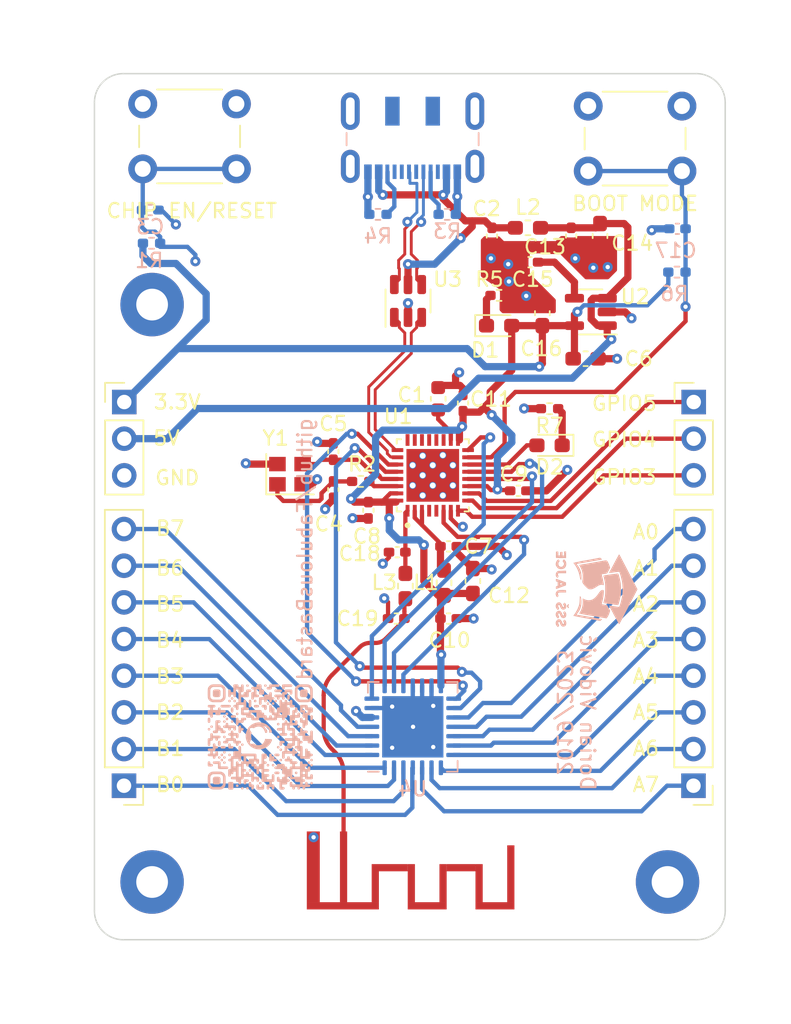
<source format=kicad_pcb>
(kicad_pcb (version 20211014) (generator pcbnew)
  (layers (0 "F.Cu" signal) (1 "In1.Cu" power) (2 "In2.Cu" power) (31 "B.Cu" mixed) (34 "B.Paste" user) (35 "F.Paste" user) (36 "B.SilkS" user "B.Silkscreen") (37 "F.SilkS" user "F.Silkscreen") (38 "B.Mask" user) (39 "F.Mask" user) (44 "Edge.Cuts" user))
  (net 0 "")
  (net 1 "Net-(AE1-Pad1)")
  (net 2 "GND")
  (net 3 "/+VCC_SPI")
  (net 4 "VBUS")
  (net 5 "/chip_en{slash}reset")
  (net 6 "Net-(C4-Pad1)")
  (net 7 "/etal_n")
  (net 8 "+3V3")
  (net 9 "+3.3VA")
  (net 10 "+5V")
  (net 11 "Net-(C15-Pad1)")
  (net 12 "/boot_mode_sel")
  (net 13 "/lna_in")
  (net 14 "Net-(D1-Pad1)")
  (net 15 "Net-(D2-Pad1)")
  (net 16 "/led_pin")
  (net 17 "/b0")
  (net 18 "/b1")
  (net 19 "/b2")
  (net 20 "/b3")
  (net 21 "/b4")
  (net 22 "/b5")
  (net 23 "/b6")
  (net 24 "/b7")
  (net 25 "/adc1_ch3")
  (net 26 "/adc1_ch4")
  (net 27 "/adc2_ch0")
  (net 28 "Net-(P1-PadA5)")
  (net 29 "Net-(P1-PadB5)")
  (net 31 "/etal_p")
  (net 32 "/spi_clk")
  (net 33 "/spi_mosi")
  (net 34 "/cs-")
  (net 35 "/int_b")
  (net 36 "/int_a")
  (net 39 "/spi_miso")
  (net 46 "/a7")
  (net 47 "/a6")
  (net 48 "/a5")
  (net 49 "/a4")
  (net 50 "/a3")
  (net 51 "/a2")
  (net 52 "/a1")
  (net 53 "/a0")
  (net 54 "/usb d-")
  (net 55 "/usb d+")
  (net 56 "/d+")
  (net 57 "/d-")
  (footprint "Capacitor_SMD:C_0603_1608Metric_Pad1.08x0.95mm_HandSolder" (layer "F.Cu") (at 117.5675 46.1975 90)
    (fp_text reference "C16")
    (fp_text value "10u")
  )
  (footprint "Capacitor_SMD:C_0603_1608Metric" (layer "F.Cu") (at 110.3425 52.125 90)
    (fp_text reference "C1")
    (fp_text value "10u")
  )
  (footprint "Capacitor_SMD:C_0402_1005Metric_Pad0.74x0.62mm_HandSolder" (layer "F.Cu") (at 107.5 62.75 180)
    (fp_text reference "C18")
    (fp_text value "3p3")
  )
  (footprint "Resistor_SMD:R_0402_1005Metric_Pad0.72x0.64mm_HandSolder" (layer "F.Cu") (at 118.0675 52.81 180)
    (fp_text reference "R7")
    (fp_text value "324")
  )
  (footprint "Capacitor_SMD:C_0402_1005Metric_Pad0.74x0.62mm_HandSolder" (layer "F.Cu") (at 112.0675 52.4175 90)
    (fp_text reference "C11")
    (fp_text value "100n")
  )
  (footprint "MountingHole:MountingHole_2.2mm_M2_Pad" (layer "F.Cu") (at 90.5 85.6)
    (fp_text reference "H2")
    (fp_text value "MountingHole_Pad")
  )
  (footprint "MountingHole:MountingHole_2.2mm_M2_Pad" (layer "F.Cu") (at 126.25 85.6)
    (fp_text reference "H1")
    (fp_text value "MountingHole_Pad")
  )
  (footprint "Capacitor_SMD:C_0402_1005Metric_Pad0.74x0.62mm_HandSolder" (layer "F.Cu") (at 114.0675 40.85 -90)
    (fp_text reference "C2")
    (fp_text value "100n")
  )
  (footprint "Button_Switch_THT:SW_PUSH_6mm_H5mm" (layer "F.Cu") (at 96.35 36.2 180)
    (fp_text reference "SW1")
    (fp_text value "SW_Push")
  )
  (footprint "Resistor_SMD:R_0402_1005Metric_Pad0.72x0.64mm_HandSolder" (layer "F.Cu") (at 114.5675 44.9625)
    (fp_text reference "R5")
    (fp_text value "1k")
  )
  (footprint "Inductor_SMD:L_0603_1608Metric_Pad1.05x0.95mm_HandSolder" (layer "F.Cu") (at 116.5675 40.2825)
    (fp_text reference "L2")
    (fp_text value "2n2")
  )
  (footprint "Capacitor_SMD:C_0402_1005Metric_Pad0.74x0.62mm_HandSolder" (layer "F.Cu") (at 103.0675 58.4175 -90)
    (fp_text reference "C4")
    (fp_text value "8p")
  )
  (footprint "MountingHole:MountingHole_2.2mm_M2_Pad" (layer "F.Cu") (at 90.5 45.6)
    (fp_text reference "H3")
    (fp_text value "MountingHole_Pad")
  )
  (footprint "Inductor_SMD:L_0603_1608Metric_Pad1.05x0.95mm_HandSolder" (layer "F.Cu") (at 108.0675 65.1 -90)
    (fp_text reference "L3")
    (fp_text value "2n2")
  )
  (footprint "Capacitor_SMD:C_0402_1005Metric_Pad0.74x0.62mm_HandSolder" (layer "F.Cu") (at 107.4325 67.35 180)
    (fp_text reference "C19")
    (fp_text value "3p3")
  )
  (footprint "LED_SMD:LED_0603_1608Metric_Pad1.05x0.95mm_HandSolder" (layer "F.Cu") (at 114.5675 47.06)
    (fp_text reference "D1")
    (fp_text value "LED")
  )
  (footprint "Connector_PinHeader_2.54mm:PinHeader_1x08_P2.54mm_Vertical" (layer "F.Cu") (at 128.05 78.93 180)
    (fp_text reference "J2")
    (fp_text value "Conn_01x08_Male")
  )
  (footprint "Connector_PinHeader_2.54mm:PinHeader_1x03_P2.54mm_Vertical" (layer "F.Cu") (at 88.5675 52.35)
    (fp_text reference "J4")
    (fp_text value "Conn_01x03_Male")
  )
  (footprint "Capacitor_SMD:C_0402_1005Metric_Pad0.74x0.62mm_HandSolder" (layer "F.Cu") (at 111.0675 67.35)
    (fp_text reference "C10")
    (fp_text value "100n")
  )
  (footprint "Capacitor_SMD:C_0402_1005Metric_Pad0.74x0.62mm_HandSolder" (layer "F.Cu") (at 111.0675 62.35)
    (fp_text reference "C7")
    (fp_text value "100n")
  )
  (footprint "LED_SMD:LED_0603_1608Metric_Pad1.05x0.95mm_HandSolder" (layer "F.Cu") (at 118.0675 55.35 180)
    (fp_text reference "D2")
    (fp_text value "LED")
  )
  (footprint "Resistor_SMD:R_0402_1005Metric_Pad0.72x0.64mm_HandSolder" (layer "F.Cu") (at 104.97 57.85)
    (fp_text reference "R2")
    (fp_text value "22R")
  )
  (footprint "Connector_PinHeader_2.54mm:PinHeader_1x08_P2.54mm_Vertical" (layer "F.Cu") (at 88.55 78.93 180)
    (fp_text reference "J1")
    (fp_text value "Conn_01x08_Male")
  )
  (footprint "Capacitor_SMD:C_0603_1608Metric_Pad1.08x0.95mm_HandSolder" (layer "F.Cu") (at 112.75 64.75 90)
    (fp_text reference "C12")
    (fp_text value "10u")
  )
  (footprint "Capacitor_SMD:C_0402_1005Metric_Pad0.74x0.62mm_HandSolder" (layer "F.Cu") (at 103.0675 55.7825 90)
    (fp_text reference "C5")
    (fp_text value "8p")
  )
  (footprint "ESP32-C3FH4:QFN50P500X500X90-33N" (layer "F.Cu") (at 109.9675 57.43 90)
    (fp_text reference "U1")
    (fp_text value "ESP32-C3FH4")
  )
  (footprint "Connector_PinHeader_2.54mm:PinHeader_1x03_P2.54mm_Vertical" (layer "F.Cu") (at 128.0675 52.35)
    (fp_text reference "J3")
    (fp_text value "Conn_01x03_Male")
  )
  (footprint "Capacitor_SMD:C_0402_1005Metric_Pad0.74x0.62mm_HandSolder" (layer "F.Cu") (at 105.5 59.85 -90)
    (fp_text reference "C8")
    (fp_text value "100n")
  )
  (footprint "Capacitor_SMD:C_0402_1005Metric_Pad0.74x0.62mm_HandSolder" (layer "F.Cu") (at 115.9 58.5)
    (fp_text reference "C9")
    (fp_text value "100n")
  )
  (footprint "Inductor_SMD:L_0603_1608Metric_Pad1.05x0.95mm_HandSolder" (layer "F.Cu") (at 110.75 64.875 -90)
    (fp_text reference "L1")
    (fp_text value "2n2")
  )
  (footprint "Capacitor_SMD:C_0603_1608Metric_Pad1.08x0.95mm_HandSolder" (layer "F.Cu") (at 120.5675 49.35)
    (fp_text reference "C6")
    (fp_text value "10u")
  )
  (footprint "Package_TO_SOT_SMD:SOT-23-5" (layer "F.Cu") (at 120.93 46.11 180)
    (fp_text reference "U2")
    (fp_text value "SPX3819M5-L-3-3")
  )
  (footprint "user:wifi_antena" (layer "F.Cu") (at 109.7 84.55 180)
    (fp_text reference "AE1")
    (fp_text value "wifi_antena")
  )
  (footprint "Capacitor_SMD:C_0603_1608Metric_Pad1.08x0.95mm_HandSolder" (layer "F.Cu") (at 121.5675 40.85 -90)
    (fp_text reference "C14")
    (fp_text value "10u")
  )
  (footprint "Package_TO_SOT_SMD:SOT-23-6" (layer "F.Cu") (at 108.25 45.35 90)
    (fp_text reference "U3")
    (fp_text value "USBLC6-2SC6")
  )
  (footprint "Capacitor_SMD:C_0402_1005Metric_Pad0.74x0.62mm_HandSolder" (layer "F.Cu") (at 116.705 42.6625 180)
    (fp_text reference "C15")
    (fp_text value "100n")
  )
  (footprint "Button_Switch_THT:SW_PUSH_6mm_H5mm" (layer "F.Cu") (at 120.75 31.85)
    (fp_text reference "SW2")
    (fp_text value "SW_Push")
  )
  (footprint "Crystal:Crystal_SMD_2520-4Pin_2.5x2.0mm" (layer "F.Cu") (at 100.0675 57.35)
    (fp_text reference "Y1")
    (fp_text value "40MHz")
  )
  (footprint "Capacitor_SMD:C_0402_1005Metric_Pad0.74x0.62mm_HandSolder" (layer "F.Cu") (at 119.5675 40.85 -90)
    (fp_text reference "C13")
    (fp_text value "100n")
  )
  (footprint "Capacitor_SMD:C_0402_1005Metric_Pad0.74x0.62mm_HandSolder" (layer "B.Cu") (at 90.372 39.05)
    (fp_text reference "C3")
    (fp_text value "100n")
  )
  (footprint "Resistor_SMD:R_0402_1005Metric_Pad0.72x0.64mm_HandSolder" (layer "B.Cu") (at 126.9025 43.35)
    (fp_text reference "R6")
    (fp_text value "5k1")
  )
  (footprint "Resistor_SMD:R_0402_1005Metric_Pad0.72x0.64mm_HandSolder" (layer "B.Cu") (at 90.4615 41.35)
    (fp_text reference "R1")
    (fp_text value "5k1")
  )
  (footprint "LOGO" (layer "B.Cu") (at 121.35 65.35 90)
    (fp_text reference "G***")
    (fp_text value "LOGO" hide)
  )
  (footprint "Resistor_SMD:R_0402_1005Metric_Pad0.72x0.64mm_HandSolder" (layer "B.Cu") (at 110.97 39.35)
    (fp_text reference "R3")
    (fp_text value "5k1")
  )
  (footprint "LOGO" (layer "B.Cu") (at 98 75.55 -90)
    (fp_text reference "G***")
    (fp_text value "LOGO" hide)
  )
  (footprint "Resistor_SMD:R_0402_1005Metric_Pad0.72x0.64mm_HandSolder" (layer "B.Cu") (at 106.165 39.35 180)
    (fp_text reference "R4")
    (fp_text value "5k1")
  )
  (footprint "Package_DFN_QFN:QFN-28-1EP_6x6mm_P0.65mm_EP4.25x4.25mm" (layer "B.Cu") (at 108.58 74.85)
    (fp_text reference "U4")
    (fp_text value "MCP23S17_ML")
  )
  (footprint "Capacitor_SMD:C_0402_1005Metric_Pad0.74x0.62mm_HandSolder" (layer "B.Cu") (at 126.9325 40.35 180)
    (fp_text reference "C17")
    (fp_text value "100n")
  )
  (footprint "Connector_USB:USB_C_Receptacle_JAE_DX07S016JA1R1500" (layer "B.Cu") (at 108.5675 33.35)
    (fp_text reference "P1")
    (fp_text value "USB_C_Plug_USB2.0")
  )
  (gr_arc (start 88.5 89.6) (mid 87.085786 89.014214) (end 86.5 87.6) (layer "Edge.Cuts") (width 0.1))
  (gr_arc (start 86.5 31.6) (mid 87.085786 30.185786) (end 88.5 29.6) (layer "Edge.Cuts") (width 0.1))
  (gr_line (start 128.25 89.6) (end 88.5 89.6) (layer "Edge.Cuts") (width 0.1))
  (gr_line (start 130.25 87.6) (end 130.25 31.6) (layer "Edge.Cuts") (width 0.1))
  (gr_arc (start 130.25 87.6) (mid 129.664214 89.014214) (end 128.25 89.6) (layer "Edge.Cuts") (width 0.1))
  (gr_arc (start 128.25 29.6) (mid 129.664214 30.185786) (end 130.25 31.6) (layer "Edge.Cuts") (width 0.1))
  (gr_line (start 86.5 87.6) (end 86.5 31.6) (layer "Edge.Cuts") (width 0.1))
  (gr_line (start 88.5 29.6) (end 128.25 29.6) (layer "Edge.Cuts") (width 0.1))
  (gr_text "github/FabulousBastard" (at 101.1 62.55 90) (layer "B.SilkS") (effects (font (size 1 1)) (justify mirror)))
  (gr_text "Dorian Vidović\n2019/2023" (at 119.9 73.85 270) (layer "B.SilkS") (effects (font (size 1 1)) (justify mirror)))
  (gr_text "B6" (at 91.75 63.85) (layer "F.SilkS") (effects (font (size 1 1))))
  (gr_text "B0" (at 91.75 78.85) (layer "F.SilkS") (effects (font (size 1 1))))
  (gr_text "CHIP EN/RESET" (at 93.25 39.1) (layer "F.SilkS") (effects (font (size 1 1))))
  (gr_text "A0" (at 124.75 61.35) (layer "F.SilkS") (effects (font (size 1 1))))
  (gr_text "A4" (at 124.75 71.35) (layer "F.SilkS") (effects (font (size 1 1))))
  (gr_text "A2" (at 124.75 66.35) (layer "F.SilkS") (effects (font (size 1 1))))
  (gr_text "B7" (at 91.75 61.1) (layer "F.SilkS") (effects (font (size 1 1))))
  (gr_text "A3" (at 124.75 68.85) (layer "F.SilkS") (effects (font (size 1 1))))
  (gr_text "5V" (at 91.5 54.85) (layer "F.SilkS") (effects (font (size 1 1))))
  (gr_text "B5" (at 91.75 66.35) (layer "F.SilkS") (effects (font (size 1 1))))
  (gr_text "3.3V" (at 92.25 52.35) (layer "F.SilkS") (effects (font (size 1 1))))
  (gr_text "GPIO4" (at 123.25 54.95) (layer "F.SilkS") (effects (font (size 1 1))))
  (gr_text "B3" (at 91.75 71.35) (layer "F.SilkS") (effects (font (size 1 1))))
  (gr_text "B2" (at 91.75 73.85) (layer "F.SilkS") (effects (font (size 1 1))))
  (gr_text "B4" (at 91.75 68.85) (layer "F.SilkS") (effects (font (size 1 1))))
  (gr_text "GND" (at 92.25 57.6) (layer "F.SilkS") (effects (font (size 1 1))))
  (gr_text "A6" (at 124.75 76.35) (layer "F.SilkS") (effects (font (size 1 1))))
  (gr_text "A1" (at 124.75 63.85) (layer "F.SilkS") (effects (font (size 1 1))))
  (gr_text "GPIO3" (at 123.25 57.55) (layer "F.SilkS") (effects (font (size 1 1))))
  (gr_text "B1" (at 91.75 76.35) (layer "F.SilkS") (effects (font (size 1 1))))
  (gr_text "A5" (at 124.75 73.85) (layer "F.SilkS") (effects (font (size 1 1))))
  (gr_text "BOOT MODE" (at 124 38.6) (layer "F.SilkS") (effects (font (size 1 1))))
  (gr_text "A7" (at 124.75 78.85) (layer "F.SilkS") (effects (font (size 1 1))))
  (gr_text "GPIO5" (at 123.25 52.45) (layer "F.SilkS") (effects (font (size 1 1))))
  (segment (start 102.98844 71.25) (end 104.907107 69.331333) (width 0.2934) (layer "F.Cu") (net 1))
  (segment (start 103.194213 76.615786) (end 102.985786 76.407359) (width 0.2934) (layer "F.Cu") (net 1))
  (segment (start 103.78 84.55) (end 103.78 78.03) (width 0.2934) (layer "F.Cu") (net 1))
  (segment (start 105.614214 69.03844) (end 105.997346 69.03844) (width 0.2934) (layer "F.Cu") (net 1))
  (segment (start 102.985787 71.25) (end 102.98844 71.25) (width 0.2934) (layer "F.Cu") (net 1))
  (segment (start 108 65.7925) (end 108.0675 65.725) (width 0.2934) (layer "F.Cu") (net 1))
  (segment (start 107.8925 65.9) (end 108.0675 65.725) (width 0.2934) (layer "F.Cu") (net 1))
  (segment (start 102.401955 72.666169) (end 102.4 72.664214) (width 0.2934) (layer "F.Cu") (net 1))
  (segment (start 102.401955 75.124104) (end 102.401955 72.666169) (width 0.2934) (layer "F.Cu") (net 1))
  (segment (start 108 66.85) (end 108 65.7925) (width 0.2934) (layer "F.Cu") (net 1))
  (segment (start 106.704453 68.745547) (end 108 67.45) (width 0.2934) (layer "F.Cu") (net 1))
  (segment (start 108 67.45) (end 108 66.85) (width 0.2934) (layer "F.Cu") (net 1))
  (arc (start 106.704453 68.745547) (mid 106.38003 68.96232) (end 105.997346 69.03844) (width 0.2934) (layer "F.Cu") (net 1))
  (arc (start 103.78 78.03) (mid 103.627759 77.264633) (end 103.194213 76.615786) (width 0.2934) (layer "F.Cu") (net 1))
  (arc (start 102.4 72.664214) (mid 102.552233 71.898857) (end 102.985787 71.25) (width 0.2934) (layer "F.Cu") (net 1))
  (arc (start 105.614214 69.03844) (mid 105.231531 69.11456) (end 104.907107 69.331333) (width 0.2934) (layer "F.Cu") (net 1))
  (arc (start 102.985786 76.407359) (mid 102.578259 75.818562) (end 102.401955 75.124104) (width 0.2934) (layer "F.Cu") (net 1))
  (segment (start 110.4925 51.2) (end 110.3425 51.35) (width 0.5) (layer "F.Cu") (net 2))
  (segment (start 105.5 60.4175) (end 104.4175 60.4175) (width 0.5) (layer "F.Cu") (net 2))
  (segment (start 106.865 66.215) (end 106.6 65.95) (width 0.2934) (layer "F.Cu") (net 2))
  (segment (start 111.635 67.35) (end 112.8 67.35) (width 0.5) (layer "F.Cu") (net 2))
  (segment (start 111.635 62.35) (end 111.635 62.7725) (width 0.5) (layer "F.Cu") (net 2))
  (segment (start 122.0675 46.11) (end 123.31 46.11) (width 0.5) (layer "F.Cu") (net 2))
  (segment (start 100.9425 58.05) (end 101.6 58.05) (width 0.5) (layer "F.Cu") (net 2))
  (segment (start 113.9875 63.8875) (end 114.05 63.95) (width 0.5) (layer "F.Cu") (net 2))
  (segment (start 111.55 50.55) (end 111.8 50.3) (width 0.5) (layer "F.Cu") (net 2))
  (segment (start 108.25 46.4875) (end 108.25 45.5) (width 0.5) (layer "F.Cu") (net 2))
  (segment (start 121.43 49.35) (end 122.75 49.35) (width 0.5) (layer "F.Cu") (net 2))
  (segment (start 111.85 51.2) (end 111.55 51.2) (width 0.5) (layer "F.Cu") (net 2))
  (segment (start 116.4675 58.5) (end 117.85 58.5) (width 0.5) (layer "F.Cu") (net 2))
  (segment (start 103.0675 55.215) (end 102.065 55.215) (width 0.5) (layer "F.Cu") (net 2))
  (segment (start 103.0675 59.081028) (end 103.0675 58.985) (width 0.5) (layer "F.Cu") (net 2))
  (segment (start 111.635 62.7725) (end 112.75 63.8875) (width 0.5) (layer "F.Cu") (net 2))
  (segment (start 102.501137 59.773053) (end 102.501137 59.647391) (width 0.5) (layer "F.Cu") (net 2))
  (segment (start 106.9325 63.1175) (end 106.5 63.55) (width 0.2934) (layer "F.Cu") (net 2))
  (segment (start 106.865 67.35) (end 106.865 66.215) (width 0.2934) (layer "F.Cu") (net 2))
  (segment (start 111.635 62.35) (end 114.5 62.35) (width 0.5) (layer "F.Cu") (net 2))
  (segment (start 117.85 58.5) (end 119.3 57.05) (width 0.5) (layer "F.Cu") (net 2))
  (segment (start 114.5 62.35) (end 115.1 62.95) (width 0.5) (layer "F.Cu") (net 2))
  (segment (start 106.9325 62.75) (end 106.9325 63.1175) (width 0.2934) (layer "F.Cu") (net 2))
  (segment (start 97.05 56.65) (end 97 56.6) (width 0.5) (layer "F.Cu") (net 2))
  (segment (start 123.31 46.11) (end 123.75 46.55) (width 0.5) (layer "F.Cu") (net 2))
  (segment (start 112.75 63.8875) (end 113.9875 63.8875) (width 0.5) (layer "F.Cu") (net 2))
  (segment (start 111.55 51.2) (end 111.55 50.55) (width 0.5) (layer "F.Cu") (net 2))
  (segment (start 116.31 52.81) (end 116.3 52.8) (width 0.5) (layer "F.Cu") (net 2))
  (segment (start 99.1925 56.65) (end 97.05 56.65) (width 0.5) (layer "F.Cu") (net 2))
  (segment (start 112.0675 51.4175) (end 111.85 51.2) (width 0.5) (layer "F.Cu") (net 2))
  (segment (start 117.47 52.81) (end 116.31 52.81) (width 0.5) (layer "F.Cu") (net 2))
  (segment (start 101.6 58.05) (end 101.95 57.7) (width 0.5) (layer "F.Cu") (net 2))
  (segment (start 102.065 55.215) (end 101.95 55.1) (width 0.5) (layer "F.Cu") (net 2))
  (segment (start 111.55 51.2) (end 110.4925 51.2) (width 0.5) (layer "F.Cu") (net 2))
  (segment (start 112.0675 51.85) (end 112.0675 51.4175) (width 0.5) (layer "F.Cu") (net 2))
  (segment (start 102.501137 59.647391) (end 103.0675 59.081028) (width 0.5) (layer "F.Cu") (net 2))
  (segment (start 104.4175 60.4175) (end 104.4 60.4) (width 0.5) (layer "F.Cu") (net 2))
  (via (at 116.45 45) (size 0.7) (drill 0.3) (layers "F.Cu" "B.Cu") (net 2))
  (via (at 110 73.4) (size 0.7) (drill 0.3) (layers "F.Cu" "B.Cu") (net 2))
  (via (at 122.1 43) (size 0.7) (drill 0.3) (layers "F.Cu" "B.Cu") (net 2))
  (via (at 97 56.6) (size 0.7) (drill 0.3) (layers "F.Cu" "B.Cu") (net 2))
  (via (at 108.25 45.5) (size 0.7) (drill 0.3) (layers "F.Cu" "B.Cu") (net 2))
  (via (at 105.4675 38.1325) (size 0.7) (drill 0.3) (layers "F.Cu" "B.Cu") (net 2))
  (via (at 110 76.25) (size 0.7) (drill 0.3) (layers "F.Cu" "B.Cu") (net 2))
  (via (at 121.1 43.05) (size 0.7) (drill 0.3) (layers "F.Cu" "B.Cu") (net 2))
  (via (at 116.3 52.8) (size 0.7) (drill 0.3) (layers "F.Cu" "B.Cu") (net 2))
  (via (at 107.15 76.3) (size 0.7) (drill 0.3) (layers "F.Cu" "B.Cu") (net 2))
  (via (at 122.75 49.35) (size 0.7) (drill 0.3) (layers "F.Cu" "B.Cu") (net 2))
  (via (at 123.75 46.55) (size 0.7) (drill 0.3) (layers "F.Cu" "B.Cu") (net 2))
  (via (at 115.25 44) (size 0.7) (drill 0.3) (layers "F.Cu" "B.Cu") (net 2))
  (via (at 111.8 50.3) (size 0.7) (drill 0.3) (layers "F.Cu" "B.Cu") (net 2))
  (via (at 108.6 74.85) (size 0.7) (drill 0.3) (layers "F.Cu" "B.Cu") (net 2))
  (via (at 119.85 42.4) (size 0.7) (drill 0.3) (layers "F.Cu" "B.Cu") (net 2))
  (via (at 102.501137 59.773053) (size 0.7) (drill 0.3) (layers "F.Cu" "B.Cu") (net 2))
  (via (at 107.15 73.45) (size 0.7) (drill 0.3) (layers "F.Cu" "B.Cu") (net 2))
  (via (at 119.3 57.05) (size 0.7) (drill 0.3) (layers "F.Cu" "B.Cu") (net 2))
  (via (at 104.4 60.4) (size 0.7) (drill 0.3) (layers "F.Cu" "B.Cu") (net 2))
  (via (at 92.15 40.05) (size 0.7) (drill 0.3) (layers "F.Cu" "B.Cu") (net 2))
  (via (at 101.7 82.5) (size 0.7) (drill 0.3) (layers "F.Cu" "B.Cu") (net 2))
  (via (at 112.8 67.35) (size 0.7) (drill 0.3) (layers "F.Cu" "B.Cu") (net 2))
  (via (at 106.6 65.95) (size 0.7) (drill 0.3) (layers "F.Cu" "B.Cu") (net 2))
  (via (at 114 42.4) (size 0.7) (drill 0.3) (layers "F.Cu" "B.Cu") (net 2))
  (via (at 115.1 62.95) (size 0.7) (drill 0.3) (layers "F.Cu" "B.Cu") (net 2))
  (via (at 101.95 55.1) (size 0.7) (drill 0.3) (layers "F.Cu" "B.Cu") (net 2))
  (via (at 114.05 63.95) (size 0.7) (drill 0.3) (layers "F.Cu" "B.Cu") (net 2))
  (via (at 101.95 57.7) (size 0.7) (drill 0.3) (layers "F.Cu" "B.Cu") (net 2))
  (via (at 106.5 63.55) (size 0.7) (drill 0.3) (layers "F.Cu" "B.Cu") (net 2))
  (via (at 111.6675 38.1175) (size 0.7) (drill 0.3) (layers "F.Cu" "B.Cu") (net 2))
  (via (at 115.2 42.8) (size 0.7) (drill 0.3) (layers "F.Cu" "B.Cu") (net 2))
  (via (at 125.15 40.45) (size 0.7) (drill 0.3) (layers "F.Cu" "B.Cu") (net 2))
  (segment (start 105.4675 38.1325) (end 105.4675 39.25) (width 0.5) (layer "B.Cu") (net 2))
  (segment (start 109.23 74.2) (end 108.58 74.85) (width 0.5) (layer "B.Cu") (net 2))
  (segment (start 105.7425 73.55) (end 107.28 73.55) (width 0.3) (layer "B.Cu") (net 2))
  (segment (start 105.4675 39.25) (end 105.5675 39.35) (width 0.5) (layer "B.Cu") (net 2))
  (segment (start 107.28 73.55) (end 108.58 74.85) (width 0.5) (layer "B.Cu") (net 2))
  (segment (start 108.58 72.0125) (end 108.58 74.85) (width 0.3) (layer "B.Cu") (net 2))
  (segment (start 125.25 40.35) (end 125.15 40.45) (width 0.5) (layer "B.Cu") (net 2))
  (segment (start 111.6675 39.25) (end 111.5675 39.35) (width 0.5) (layer "B.Cu") (net 2))
  (segment (start 109.23 72.0125) (end 109.23 74.2) (width 0.3) (layer "B.Cu") (net 2))
  (segment (start 109.88 73.55) (end 108.58 74.85) (width 0.5) (layer "B.Cu") (net 2))
  (segment (start 105.4675 36.4) (end 105.4675 38.1325) (width 0.5) (layer "B.Cu") (net 2))
  (segment (start 91.15 39.05) (end 92.15 40.05) (width 0.3) (layer "B.Cu") (net 2))
  (segment (start 126.365 40.35) (end 125.25 40.35) (width 0.5) (layer "B.Cu") (net 2))
  (segment (start 109.88 72.0125) (end 109.88 73.55) (width 0.3) (layer "B.Cu") (net 2))
  (segment (start 111.6675 38.1175) (end 111.6675 39.25) (width 0.5) (layer "B.Cu") (net 2))
  (segment (start 90.9395 39.05) (end 91.15 39.05) (width 0.3) (layer "B.Cu") (net 2))
  (segment (start 111.6675 36.4) (end 111.6675 38.1175) (width 0.5) (layer "B.Cu") (net 2))
  (segment (start 111.2175 54.4175) (end 110.3425 53.5425) (width 0.3) (layer "F.Cu") (net 3))
  (segment (start 110.3425 53.5425) (end 110.3425 52.9) (width 0.3) (layer "F.Cu") (net 3))
  (segment (start 111.2175 54.98) (end 111.2175 54.4175) (width 0.3) (layer "F.Cu") (net 3))
  (segment (start 112.7 39.8) (end 112.7 40.2) (width 0.5) (layer "F.Cu") (net 4))
  (segment (start 112.218629 39.8) (end 112.7 39.8) (width 0.5) (layer "F.Cu") (net 4))
  (segment (start 108.7 38) (end 106.5 38) (width 0.5) (layer "F.Cu") (net 4))
  (segment (start 113.585 39.8) (end 114.0675 40.2825) (width 0.5) (layer "F.Cu") (net 4))
  (segment (start 110.689452 38.270823) (end 112.218629 39.8) (width 0.5) (layer "F.Cu") (net 4))
  (segment (start 112.7 39.8) (end 113.585 39.8) (width 0.5) (layer "F.Cu") (net 4))
  (segment (start 110.689452 38.000209) (end 110.689452 38.270823) (width 0.5) (layer "F.Cu") (net 4))
  (segment (start 112.7 40.2) (end 111.9 41) (width 0.5) (layer "F.Cu") (net 4))
  (segment (start 114.0675 40.2825) (end 115.6925 40.2825) (width 0.5) (layer "F.Cu") (net 4))
  (segment (start 108.700209 38.000209) (end 108.7 38) (width 0.5) (layer "F.Cu") (net 4))
  (segment (start 108.25 44.2125) (end 108.25 42.8) (width 0.5) (layer "F.Cu") (net 4))
  (segment (start 110.689452 38.000209) (end 108.700209 38.000209) (width 0.5) (layer "F.Cu") (net 4))
  (via (at 108.25 42.8) (size 0.7) (drill 0.3) (layers "F.Cu" "B.Cu") (net 4))
  (via (at 110.689452 38.000209) (size 0.7) (drill 0.3) (layers "F.Cu" "B.Cu") (net 4))
  (via (at 106.5 38) (size 0.7) (drill 0.3) (layers "F.Cu" "B.Cu") (net 4))
  (via (at 111.9 41) (size 0.7) (drill 0.3) (layers "F.Cu" "B.Cu") (net 4))
  (segment (start 110.689452 38.000209) (end 110.9175 37.772161) (width 0.5) (layer "B.Cu") (net 4))
  (segment (start 110.1 42.8) (end 111.9 41) (width 0.5) (layer "B.Cu") (net 4))
  (segment (start 108.25 42.8) (end 110.1 42.8) (width 0.5) (layer "B.Cu") (net 4))
  (segment (start 106.2175 37.7175) (end 106.5 38) (width 0.5) (layer "B.Cu") (net 4))
  (segment (start 110.9175 37.772161) (end 110.9175 36.4) (width 0.5) (layer "B.Cu") (net 4))
  (segment (start 106.2175 36.4) (end 106.2175 37.7175) (width 0.5) (layer "B.Cu") (net 4))
  (segment (start 111.2175 60.4175) (end 111.8 61) (width 0.3) (layer "F.Cu") (net 5))
  (segment (start 112.0405 61) (end 112.05 60.9905) (width 0.3) (layer "F.Cu") (net 5))
  (segment (start 111.2175 59.88) (end 111.2175 60.4175) (width 0.3) (layer "F.Cu") (net 5))
  (segment (start 111.8 61) (end 112.0405 61) (width 0.3) (layer "F.Cu") (net 5))
  (via (at 112.05 60.9905) (size 0.7) (drill 0.3) (layers "F.Cu" "B.Cu") (net 5))
  (via (at 93.5 42.6) (size 0.7) (drill 0.3) (layers "F.Cu" "B.Cu") (net 5))
  (segment (start 90.7 40.55) (end 90.1 40.55) (width 0.3) (layer "B.Cu") (net 5))
  (segment (start 93.5 42.15) (end 92.95 41.6) (width 0.3) (layer "B.Cu") (net 5))
  (segment (start 89.8045 39.35) (end 89.85 39.3045) (width 0.3) (layer "B.Cu") (net 5))
  (segment (start 92.95 41.6) (end 91.059 41.6) (width 0.3) (layer "B.Cu") (net 5))
  (segment (start 90.1 40.55) (end 89.8045 40.2545) (width 0.3) (layer "B.Cu") (net 5))
  (segment (start 89.8045 40.2545) (end 89.8045 39.35) (width 0.3) (layer "B.Cu") (net 5))
  (segment (start 91.059 40.909) (end 90.7 40.55) (width 0.3) (layer "B.Cu") (net 5))
  (segment (start 91.059 41.6) (end 91.059 40.909) (width 0.3) (layer "B.Cu") (net 5))
  (segment (start 93.5 42.6) (end 93.5 42.15) (width 0.3) (layer "B.Cu") (net 5))
  (segment (start 89.85 36.2) (end 96.35 36.2) (width 0.3) (layer "B.Cu") (net 5))
  (segment (start 89.85 39.3045) (end 89.85 36.2) (width 0.3) (layer "B.Cu") (net 5))
  (segment (start 102.25 58.6675) (end 102.25 59.05) (width 0.3) (layer "F.Cu") (net 6))
  (segment (start 103.0675 57.85) (end 102.25 58.6675) (width 0.3) (layer "F.Cu") (net 6))
  (segment (start 102.25 59.05) (end 102.1 59.2) (width 0.3) (layer "F.Cu") (net 6))
  (segment (start 99.6 59.2) (end 99.1925 58.7925) (width 0.3) (layer "F.Cu") (net 6))
  (segment (start 104.3725 57.85) (end 103.0675 57.85) (width 0.3) (layer "F.Cu") (net 6))
  (segment (start 102.1 59.2) (end 99.6 59.2) (width 0.3) (layer "F.Cu") (net 6))
  (segment (start 99.1925 58.7925) (end 99.1925 58.05) (width 0.3) (layer "F.Cu") (net 6))
  (segment (start 101.9 56.65) (end 102.2 56.35) (width 0.3) (layer "F.Cu") (net 7))
  (segment (start 104.85 56.35) (end 103.0675 56.35) (width 0.3) (layer "F.Cu") (net 7))
  (segment (start 106.275 57.525) (end 106.275 57.478751) (width 0.3) (layer "F.Cu") (net 7))
  (segment (start 102.2 56.35) (end 103.0675 56.35) (width 0.3) (layer "F.Cu") (net 7))
  (segment (start 105.976249 57.18) (end 105.68 57.18) (width 0.3) (layer "F.Cu") (net 7))
  (segment (start 106.43 57.68) (end 106.275 57.525) (width 0.3) (layer "F.Cu") (net 7))
  (segment (start 107.5175 57.68) (end 106.43 57.68) (width 0.3) (layer "F.Cu") (net 7))
  (segment (start 105.68 57.18) (end 104.85 56.35) (width 0.3) (layer "F.Cu") (net 7))
  (segment (start 106.275 57.478751) (end 105.976249 57.18) (width 0.3) (layer "F.Cu") (net 7))
  (segment (start 100.9425 56.65) (end 101.9 56.65) (width 0.3) (layer "F.Cu") (net 7))
  (segment (start 107.5175 58.68) (end 107.02 58.68) (width 0.3) (layer "F.Cu") (net 8))
  (segment (start 110.5 66) (end 110.75 65.75) (width 0.5) (layer "F.Cu") (net 8))
  (segment (start 110.5 67.35) (end 110.5 66) (width 0.5) (layer "F.Cu") (net 8))
  (segment (start 110.5 69.8) (end 110.5 67.35) (width 0.5) (layer "F.Cu") (net 8))
  (segment (start 112 54.05) (end 111.8175 54.2325) (width 0.5) (layer "F.Cu") (net 8))
  (segment (start 105.5 59.2825) (end 104.5325 59.2825) (width 0.5) (layer "F.Cu") (net 8))
  (segment (start 115.4425 47.06) (end 115.4425 50.1575) (width 0.5) (layer "F.Cu") (net 8))
  (segment (start 110.8875 65.6125) (end 110.75 65.75) (width 0.5) (layer "F.Cu") (net 8))
  (segment (start 114.05 53.25) (end 113.55 52.75) (width 0.5) (layer "F.Cu") (net 8))
  (segment (start 109.35 64.75) (end 109.35 62.25) (width 0.5) (layer "F.Cu") (net 8))
  (segment (start 107.02 58.68) (end 106.4175 59.2825) (width 0.3) (layer "F.Cu") (net 8))
  (segment (start 106.95 60.4) (end 106.95 59.45) (width 0.5) (layer "F.Cu") (net 8))
  (segment (start 119.7925 46.3075) (end 119.7925 47.06) (width 0.5) (layer "F.Cu") (net 8))
  (segment (start 106.4175 59.2825) (end 107.415 59.2825) (width 0.5) (layer "F.Cu") (net 8))
  (segment (start 105.5 59.2825) (end 106.4175 59.2825) (width 0.5) (layer "F.Cu") (net 8))
  (segment (start 110.75 65.75) (end 110.35 65.75) (width 0.5) (layer "F.Cu") (net 8))
  (segment (start 112.0675 52.985) (end 112.0675 53.9825) (width 0.5) (layer "F.Cu") (net 8))
  (segment (start 119.7925 49.2625) (end 119.705 49.35) (width 0.5) (layer "F.Cu") (net 8))
  (segment (start 119.7925 47.06) (end 119.7925 49.2625) (width 0.5) (layer "F.Cu") (net 8))
  (segment (start 112.1325 53.05) (end 112.0675 52.985) (width 0.5) (layer "F.Cu") (net 8))
  (segment (start 104.5325 59.2825) (end 104.35 59.1) (width 0.5) (layer "F.Cu") (net 8))
  (segment (start 113.95 52.3) (end 113.5 52.75) (width 0.5) (layer "F.Cu") (net 8))
  (segment (start 117.5675 47.06) (end 117.5675 49.6825) (width 0.5) (layer "F.Cu") (net 8))
  (segment (start 104.35 59.1) (end 104.3 59.05) (width 0.5) (layer "F.Cu") (net 8))
  (segment (start 113.2 53.05) (end 112.1325 53.05) (width 0.5) (layer "F.Cu") (net 8))
  (segment (start 113.5 52.75) (end 113.2 53.05) (width 0.5) (layer "F.Cu") (net 8))
  (segment (start 113.55 52.75) (end 113.5 52.75) (width 0.3) (layer "F.Cu") (net 8))
  (segment (start 110.35 65.75) (end 109.35 64.75) (width 0.5) (layer "F.Cu") (net 8))
  (segment (start 119.7925 47.06) (end 117.5675 47.06) (width 0.5) (layer "F.Cu") (net 8))
  (segment (start 114 58.45) (end 113.73 58.18) (width 0.3) (layer "F.Cu") (net 8))
  (segment (start 113.95 51.65) (end 113.95 52.3) (width 0.5) (layer "F.Cu") (net 8))
  (segment (start 120 46.1) (end 119.7925 46.3075) (width 0.5) (layer "F.Cu") (net 8))
  (segment (start 113.73 58.18) (end 112.4175 58.18) (width 0.3) (layer "F.Cu") (net 8))
  (segment (start 117.5675 49.6825) (end 117.35 49.9) (width 0.5) (layer "F.Cu") (net 8))
  (segment (start 115.3325 58.5) (end 115.2825 58.45) (width 0.3) (layer "F.Cu") (net 8))
  (segment (start 111.8175 54.2325) (end 111.8175 54.98) (width 0.5) (layer "F.Cu") (net 8))
  (segment (start 110.55 69.85) (end 110.5 69.8) (width 0.5) (layer "F.Cu") (net 8))
  (segment (start 112.75 65.6125) (end 110.8875 65.6125) (width 0.5) (layer "F.Cu") (net 8))
  (segment (start 117.5675 47.06) (end 115.4425 47.06) (width 0.5) (layer "F.Cu") (net 8))
  (segment (start 112.0675 53.9825) (end 112 54.05) (width 0.5) (layer "F.Cu") (net 8))
  (segment (start 115.4425 50.1575) (end 113.95 51.65) (width 0.5) (layer "F.Cu") (net 8))
  (segment (start 115.2825 58.45) (end 114 58.45) (width 0.3) (layer "F.Cu") (net 8))
  (via (at 104.644622 73.755378) (size 0.7) (drill 0.3) (layers "F.Cu" "B.Cu") (net 8))
  (via (at 109.35 62.25) (size 0.7) (drill 0.3) (layers "F.Cu" "B.Cu") (net 8))
  (via (at 106.95 60.4) (size 0.7) (drill 0.3) (layers "F.Cu" "B.Cu") (net 8))
  (via (at 120 46.1) (size 0.7) (drill 0.3) (layers "F.Cu" "B.Cu") (net 8))
  (via (at 114.45 58.4005) (size 0.7) (drill 0.3) (layers "F.Cu" "B.Cu") (net 8))
  (via (at 114.05 53.25) (size 0.7) (drill 0.3) (layers "F.Cu" "B.Cu") (net 8))
  (via (at 110.55 69.85) (size 0.7) (drill 0.3) (layers "F.Cu" "B.Cu") (net 8))
  (via (at 112 54.05) (size 0.7) (drill 0.3) (layers "F.Cu" "B.Cu") (net 8))
  (via (at 117.35 49.9) (size 0.7) (drill 0.3) (layers "F.Cu" "B.Cu") (net 8))
  (via (at 104.3 59.05) (size 0.7) (drill 0.3) (layers "F.Cu" "B.Cu") (net 8))
  (segment (start 90.4 42.75) (end 89.86917 42.21917) (width 0.5) (layer "B.Cu") (net 8))
  (segment (start 112.35 48.65) (end 92.2675 48.65) (width 0.5) (layer "B.Cu") (net 8))
  (segment (start 90.5 42.75) (end 90.4 42.75) (width 0.5) (layer "B.Cu") (net 8))
  (segment (start 111.75 54.3) (end 106.5 54.3) (width 0.5) (layer "B.Cu") (net 8))
  (segment (start 120 46.1) (end 120.45 45.65) (width 0.3) (layer "B.Cu") (net 8))
  (segment (start 110.53 69.87) (end 110.53 72.0125) (width 0.5) (layer "B.Cu") (net 8))
  (segment (start 92.15 42.75) (end 90.49483 42.75) (width 0.5) (layer "B.Cu") (net 8))
  (segment (start 126.305 44.195) (end 126.305 43.35) (width 0.3) (layer "B.Cu") (net 8))
  (segment (start 114.45 56.15) (end 114.45 58.4005) (width 0.5) (layer "B.Cu") (net 8))
  (segment (start 114.05 53.25) (end 115.45 54.65) (width 0.5) (layer "B.Cu") (net 8))
  (segment (start 120.45 45.65) (end 124.85 45.65) (width 0.3) (layer "B.Cu") (net 8))
  (segment (start 115.45 54.65) (end 115.45 55.15) (width 0.5) (layer "B.Cu") (net 8))
  (segment (start 94.25 44.85) (end 92.25 42.85) (width 0.5) (layer "B.Cu") (net 8))
  (segment (start 109 61.9) (end 107.6 61.9) (width 0.5) (layer "B.Cu") (net 8))
  (segment (start 115.45 55.15) (end 114.45 56.15) (width 0.5) (layer "B.Cu") (net 8))
  (segment (start 94.25 46.6675) (end 94.25 44.85) (width 0.5) (layer "B.Cu") (net 8))
  (segment (start 106.5 54.3) (end 106 54.8) (width 0.5) (layer "B.Cu") (net 8))
  (segment (start 92.2675 48.65) (end 88.5675 52.35) (width 0.5) (layer "B.Cu") (net 8))
  (segment (start 124.85 45.65) (end 126.305 44.195) (width 0.3) (layer "B.Cu") (net 8))
  (segment (start 92.2675 48.65) (end 94.25 46.6675) (width 0.5) (layer "B.Cu") (net 8))
  (segment (start 106 57.35) (end 104.3 59.05) (width 0.5) (layer "B.Cu") (net 8))
  (segment (start 105.089244 74.2) (end 104.644622 73.755378) (width 0.5) (layer "B.Cu") (net 8))
  (segment (start 117.35 49.9) (end 113.6 49.9) (width 0.5) (layer "B.Cu") (net 8))
  (segment (start 109.35 62.25) (end 109 61.9) (width 0.5) (layer "B.Cu") (net 8))
  (segment (start 92.25 42.85) (end 92.15 42.75) (width 0.5) (layer "B.Cu") (net 8))
  (segment (start 105.7425 74.2) (end 105.089244 74.2) (width 0.5) (layer "B.Cu") (net 8))
  (segment (start 106 54.8) (end 106 57.35) (width 0.5) (layer "B.Cu") (net 8))
  (segment (start 89.864 42.21917) (end 89.864 41.6) (width 0.5) (layer "B.Cu") (net 8))
  (segment (start 107.6 61.9) (end 106.95 61.25) (width 0.5) (layer "B.Cu") (net 8))
  (segment (start 106.95 61.25) (end 106.95 60.4) (width 0.5) (layer "B.Cu") (net 8))
  (segment (start 110.55 69.85) (end 110.53 69.87) (width 0.5) (layer "B.Cu") (net 8))
  (segment (start 113.6 49.9) (end 112.35 48.65) (width 0.5) (layer "B.Cu") (net 8))
  (segment (start 112 54.05) (end 111.75 54.3) (width 0.5) (layer "B.Cu") (net 8))
  (segment (start 108.7175 59.88) (end 108.7175 60.3675) (width 0.3) (layer "F.Cu") (net 9))
  (segment (start 110.5 62.15) (end 109.2175 60.8675) (width 0.3) (layer "F.Cu") (net 9))
  (segment (start 110.5 63.75) (end 110.5 62.35) (width 0.5) (layer "F.Cu") (net 9))
  (segment (start 108.7175 60.3675) (end 109.2175 60.8675) (width 0.3) (layer "F.Cu") (net 9))
  (segment (start 109.2175 60.8675) (end 109.2175 59.88) (width 0.3) (layer "F.Cu") (net 9))
  (segment (start 110.5 62.35) (end 110.5 62.15) (width 0.3) (layer "F.Cu") (net 9))
  (segment (start 110.75 64) (end 110.5 63.75) (width 0.5) (layer "F.Cu") (net 9))
  (segment (start 122.0675 45.16) (end 121.09 45.16) (width 0.5) (layer "F.Cu") (net 10))
  (segment (start 119.5675 40.2825) (end 121.2725 40.2825) (width 0.5) (layer "F.Cu") (net 10))
  (segment (start 121.09 45.16) (end 120.955 45.295) (width 0.5) (layer "F.Cu") (net 10))
  (segment (start 123.2375 39.9875) (end 123.5 40.25) (width 0.5) (layer "F.Cu") (net 10))
  (segment (start 120.955 45.295) (end 120.955 46.605) (width 0.5) (layer "F.Cu") (net 10))
  (segment (start 123.5 40.25) (end 123.5 43.7275) (width 0.5) (layer "F.Cu") (net 10))
  (segment (start 121.2725 40.2825) (end 121.5675 39.9875) (width 0.5) (layer "F.Cu") (net 10))
  (segment (start 123.5 43.7275) (end 122.0675 45.16) (width 0.5) (layer "F.Cu") (net 10))
  (segment (start 122.0675 47.7175) (end 122.35 48) (width 0.5) (layer "F.Cu") (net 10))
  (segment (start 122.0675 47.06) (end 122.0675 47.7175) (width 0.5) (layer "F.Cu") (net 10))
  (segment (start 117.4425 40.2825) (end 119.5675 40.2825) (width 0.5) (layer "F.Cu") (net 10))
  (segment (start 120.955 46.605) (end 121.4 47.05) (width 0.5) (layer "F.Cu") (net 10))
  (segment (start 121.5675 39.9875) (end 123.2375 39.9875) (width 0.5) (layer "F.Cu") (net 10))
  (via (at 122.35 48) (size 0.7) (drill 0.3) (layers "F.Cu" "B.Cu") (net 10))
  (segment (start 119.65 50.7) (end 113.15 50.7) (width 0.5) (layer "B.Cu") (net 10))
  (segment (start 113.15 50.7) (end 111.05 52.8) (width 0.5) (layer "B.Cu") (net 10))
  (segment (start 111.05 52.8) (end 93.65 52.8) (width 0.5) (layer "B.Cu") (net 10))
  (segment (start 93.65 52.8) (end 91.56 54.89) (width 0.5) (layer "B.Cu") (net 10))
  (segment (start 122.35 48) (end 119.65 50.7) (width 0.5) (layer "B.Cu") (net 10))
  (segment (start 91.56 54.89) (end 88.5675 54.89) (width 0.5) (layer "B.Cu") (net 10))
  (segment (start 119.7925 45.16) (end 119.7925 44.0425) (width 0.5) (layer "F.Cu") (net 11))
  (segment (start 119.7925 44.0425) (end 118.4125 42.6625) (width 0.5) (layer "F.Cu") (net 11))
  (segment (start 118.4125 42.6625) (end 117.2725 42.6625) (width 0.5) (layer "F.Cu") (net 11))
  (segment (start 112.4175 56.18) (end 114.02 56.18) (width 0.3) (layer "F.Cu") (net 12))
  (segment (start 127.5 46.75) (end 127.5 45.75) (width 0.3) (layer "F.Cu") (net 12))
  (segment (start 114.02 56.18) (end 114.95 55.25) (width 0.3) (layer "F.Cu") (net 12))
  (segment (start 115.7 51.65) (end 122.6 51.65) (width 0.3) (layer "F.Cu") (net 12))
  (segment (start 114.95 55.25) (end 114.95 52.4) (width 0.3) (layer "F.Cu") (net 12))
  (segment (start 114.95 52.4) (end 115.7 51.65) (width 0.3) (layer "F.Cu") (net 12))
  (segment (start 122.6 51.65) (end 127.5 46.75) (width 0.3) (layer "F.Cu") (net 12))
  (via (at 127.5 45.75) (size 0.7) (drill 0.3) (layers "F.Cu" "B.Cu") (net 12))
  (segment (start 127.5 38.35) (end 127.25 38.1) (width 0.3) (layer "B.Cu") (net 12))
  (segment (start 127.25 38.1) (end 127.25 36.35) (width 0.3) (layer "B.Cu") (net 12))
  (segment (start 127.5 40.35) (end 127.5 38.35) (width 0.3) (layer "B.Cu") (net 12))
  (segment (start 127.5 40.35) (end 127.5 43.35) (width 0.3) (layer "B.Cu") (net 12))
  (segment (start 127.5 43.35) (end 127.5 45.75) (width 0.3) (layer "B.Cu") (net 12))
  (segment (start 127.25 36.35) (end 120.75 36.35) (width 0.3) (layer "B.Cu") (net 12))
  (segment (start 108.0675 63.975) (end 108.0675 60.03) (width 0.2934) (layer "F.Cu") (net 13))
  (segment (start 108.0675 60.03) (end 108.2175 59.88) (width 0.2934) (layer "F.Cu") (net 13))
  (segment (start 113.6925 45.24) (end 113.97 44.9625) (width 0.5) (layer "F.Cu") (net 14))
  (segment (start 113.6925 47.06) (end 113.6925 45.24) (width 0.5) (layer "F.Cu") (net 14))
  (segment (start 118.9425 55.35) (end 118.9425 53.0875) (width 0.5) (layer "F.Cu") (net 15))
  (segment (start 118.9425 53.0875) (end 118.665 52.81) (width 0.5) (layer "F.Cu") (net 15))
  (segment (start 112.4175 56.68) (end 115.17 56.68) (width 0.3) (layer "F.Cu") (net 16))
  (segment (start 115.17 56.68) (end 116.5 55.35) (width 0.3) (layer "F.Cu") (net 16))
  (segment (start 116.5 55.35) (end 117.1925 55.35) (width 0.3) (layer "F.Cu") (net 16))
  (segment (start 108.05 80.95) (end 99.2 80.95) (width 0.3) (layer "B.Cu") (net 17))
  (segment (start 99.2 80.95) (end 97.18 78.93) (width 0.3) (layer "B.Cu") (net 17))
  (segment (start 108.55 77.7175) (end 108.55 80.45) (width 0.3) (layer "B.Cu") (net 17))
  (segment (start 108.55 80.45) (end 108.05 80.95) (width 0.3) (layer "B.Cu") (net 17))
  (segment (start 108.58 77.6875) (end 108.55 77.7175) (width 0.3) (layer "B.Cu") (net 17))
  (segment (start 97.18 78.93) (end 88.55 78.93) (width 0.3) (layer "B.Cu") (net 17))
  (segment (start 107.25 80) (end 99.8 80) (width 0.3) (layer "B.Cu") (net 18))
  (segment (start 96.19 76.39) (end 88.55 76.39) (width 0.3) (layer "B.Cu") (net 18))
  (segment (start 107.93 77.6875) (end 107.93 79.32) (width 0.3) (layer "B.Cu") (net 18))
  (segment (start 107.93 79.32) (end 107.25 80) (width 0.3) (layer "B.Cu") (net 18))
  (segment (start 99.8 80) (end 96.19 76.39) (width 0.3) (layer "B.Cu") (net 18))
  (segment (start 100.8 78.95) (end 95.7 73.85) (width 0.3) (layer "B.Cu") (net 19))
  (segment (start 106.85 78.95) (end 100.8 78.95) (width 0.3) (layer "B.Cu") (net 19))
  (segment (start 95.7 73.85) (end 88.55 73.85) (width 0.3) (layer "B.Cu") (net 19))
  (segment (start 107.28 77.6875) (end 107.28 78.52) (width 0.3) (layer "B.Cu") (net 19))
  (segment (start 107.28 78.52) (end 106.85 78.95) (width 0.3) (layer "B.Cu") (net 19))
  (segment (start 101.4375 77.6875) (end 95.06 71.31) (width 0.3) (layer "B.Cu") (net 20))
  (segment (start 106.63 77.6875) (end 101.4375 77.6875) (width 0.3) (layer "B.Cu") (net 20))
  (segment (start 95.06 71.31) (end 88.55 71.31) (width 0.3) (layer "B.Cu") (net 20))
  (segment (start 102.5 76.8) (end 94.47 68.77) (width 0.3) (layer "B.Cu") (net 21))
  (segment (start 105.7425 76.8) (end 102.5 76.8) (width 0.3) (layer "B.Cu") (net 21))
  (segment (start 94.47 68.77) (end 88.55 68.77) (width 0.3) (layer "B.Cu") (net 21))
  (segment (start 103.3 76.15) (end 93.38 66.23) (width 0.3) (layer "B.Cu") (net 22))
  (segment (start 93.38 66.23) (end 88.55 66.23) (width 0.3) (layer "B.Cu") (net 22))
  (segment (start 105.7425 76.15) (end 103.3 76.15) (width 0.3) (layer "B.Cu") (net 22))
  (segment (start 92.29 63.69) (end 88.55 63.69) (width 0.3) (layer "B.Cu") (net 23))
  (segment (start 105.7425 75.5) (end 104.1 75.5) (width 0.3) (layer "B.Cu") (net 23))
  (segment (start 104.1 75.5) (end 92.29 63.69) (width 0.3) (layer "B.Cu") (net 23))
  (segment (start 104.749294 74.85) (end 103.6 73.700706) (width 0.3) (layer "B.Cu") (net 24))
  (segment (start 103.6 73.700706) (end 103.6 73.35) (width 0.3) (layer "B.Cu") (net 24))
  (segment (start 105.7425 74.85) (end 104.749294 74.85) (width 0.3) (layer "B.Cu") (net 24))
  (segment (start 91.4 61.15) (end 88.55 61.15) (width 0.3) (layer "B.Cu") (net 24))
  (segment (start 103.6 73.35) (end 91.4 61.15) (width 0.3) (layer "B.Cu") (net 24))
  (segment (start 121.82 57.43) (end 128.0675 57.43) (width 0.3) (layer "F.Cu") (net 25))
  (segment (start 112.7 60.3) (end 118.95 60.3) (width 0.3) (layer "F.Cu") (net 25))
  (segment (start 111.7175 59.88) (end 112.28 59.88) (width 0.3) (layer "F.Cu") (net 25))
  (segment (start 118.95 60.3) (end 121.82 57.43) (width 0.3) (layer "F.Cu") (net 25))
  (segment (start 112.28 59.88) (end 112.7 60.3) (width 0.3) (layer "F.Cu") (net 25))
  (segment (start 118.55 59.7) (end 123.36 54.89) (width 0.3) (layer "F.Cu") (net 26))
  (segment (start 123.36 54.89) (end 128.0675 54.89) (width 0.3) (layer "F.Cu") (net 26))
  (segment (start 112.73 59.18) (end 113.25 59.7) (width 0.3) (layer "F.Cu") (net 26))
  (segment (start 112.4175 59.18) (end 112.73 59.18) (width 0.3) (layer "F.Cu") (net 26))
  (segment (start 113.25 59.7) (end 118.55 59.7) (width 0.3) (layer "F.Cu") (net 26))
  (segment (start 113.7 59.2) (end 118.15 59.2) (width 0.3) (layer "F.Cu") (net 27))
  (segment (start 125 52.35) (end 128.0675 52.35) (width 0.3) (layer "F.Cu") (net 27))
  (segment (start 112.4175 58.68) (end 113.18 58.68) (width 0.3) (layer "F.Cu") (net 27))
  (segment (start 118.15 59.2) (end 125 52.35) (width 0.3) (layer "F.Cu") (net 27))
  (segment (start 113.18 58.68) (end 113.7 59.2) (width 0.3) (layer "F.Cu") (net 27))
  (segment (start 107.3 37.6) (end 106.8275 37.1275) (width 0.3) (layer "B.Cu") (net 28))
  (segment (start 107.3 38.8125) (end 107.3 37.6) (width 0.3) (layer "B.Cu") (net 28))
  (segment (start 106.8275 37.1275) (end 106.8275 36.4) (width 0.3) (layer "B.Cu") (net 28))
  (segment (start 106.7625 39.35) (end 107.3 38.8125) (width 0.3) (layer "B.Cu") (net 28))
  (segment (start 110.3725 39.35) (end 110.3725 38.6725) (width 0.3) (layer "B.Cu") (net 29))
  (segment (start 109.8175 38.1175) (end 109.8175 36.4) (width 0.3) (layer "B.Cu") (net 29))
  (segment (start 110.3725 38.6725) (end 109.8175 38.1175) (width 0.3) (layer "B.Cu") (net 29))
  (segment (start 105.8975 58.18) (end 105.5675 57.85) (width 0.3) (layer "F.Cu") (net 31))
  (segment (start 107.5175 58.18) (end 105.8975 58.18) (width 0.3) (layer "F.Cu") (net 31))
  (segment (start 116.67 57.68) (end 116.85 57.5) (width 0.3) (layer "F.Cu") (net 32))
  (segment (start 112.4175 57.68) (end 116.67 57.68) (width 0.3) (layer "F.Cu") (net 32))
  (via (at 116.85 57.5) (size 0.7) (drill 0.3) (layers "F.Cu" "B.Cu") (net 32))
  (segment (start 112.65 62.9) (end 113.25 62.9) (width 0.3) (layer "B.Cu") (net 32))
  (segment (start 113.25 62.9) (end 116.85 59.3) (width 0.3) (layer "B.Cu") (net 32))
  (segment (start 116.85 59.3) (end 116.85 57.5) (width 0.3) (layer "B.Cu") (net 32))
  (segment (start 106.63 72.0125) (end 106.63 68.92) (width 0.3) (layer "B.Cu") (net 32))
  (segment (start 106.63 68.92) (end 112.65 62.9) (width 0.3) (layer "B.Cu") (net 32))
  (segment (start 116.657864 56.65) (end 115.95 56.65) (width 0.3) (layer "F.Cu") (net 33))
  (segment (start 116.69368 56.614184) (end 116.657864 56.65) (width 0.3) (layer "F.Cu") (net 33))
  (segment (start 115.42 57.18) (end 112.4175 57.18) (width 0.3) (layer "F.Cu") (net 33))
  (segment (start 115.95 56.65) (end 115.42 57.18) (width 0.3) (layer "F.Cu") (net 33))
  (via (at 116.69368 56.614184) (size 0.7) (drill 0.3) (layers "F.Cu" "B.Cu") (net 33))
  (segment (start 117.55 57.15) (end 117.55 59.45) (width 0.3) (layer "B.Cu") (net 33))
  (segment (start 117.014184 56.614184) (end 117.55 57.15) (width 0.3) (layer "B.Cu") (net 33))
  (segment (start 117.55 59.45) (end 107.28 69.72) (width 0.3) (layer "B.Cu") (net 33))
  (segment (start 116.69368 56.614184) (end 117.014184 56.614184) (width 0.3) (layer "B.Cu") (net 33))
  (segment (start 107.28 69.72) (end 107.28 72.0125) (width 0.3) (layer "B.Cu") (net 33))
  (segment (start 113.2975 54.8) (end 112.4175 55.68) (width 0.3) (layer "F.Cu") (net 34))
  (segment (start 113.95 54.8) (end 113.2975 54.8) (width 0.3) (layer "F.Cu") (net 34))
  (via (at 113.95 54.8) (size 0.7) (drill 0.3) (layers "F.Cu" "B.Cu") (net 34))
  (segment (start 113.5 60.8) (end 105.7425 68.5575) (width 0.3) (layer "B.Cu") (net 34))
  (segment (start 113.95 54.8) (end 113.5 55.25) (width 0.3) (layer "B.Cu") (net 34))
  (segment (start 113.5 55.25) (end 113.5 60.8) (width 0.3) (layer "B.Cu") (net 34))
  (segment (start 105.7425 68.5575) (end 105.7425 72.9) (width 0.3) (layer "B.Cu") (net 34))
  (segment (start 106.890461 56.68) (end 105.710461 55.5) (width 0.3) (layer "F.Cu") (net 35))
  (segment (start 104.65 71.7) (end 111.75 71.7) (width 0.3) (layer "F.Cu") (net 35))
  (segment (start 111.75 71.7) (end 112.05 72) (width 0.3) (layer "F.Cu") (net 35))
  (segment (start 107.5175 56.68) (end 106.890461 56.68) (width 0.3) (layer "F.Cu") (net 35))
  (segment (start 105.7 55.5) (end 104.75 54.55) (width 0.3) (layer "F.Cu") (net 35))
  (segment (start 105.710461 55.5) (end 105.7 55.5) (width 0.3) (layer "F.Cu") (net 35))
  (segment (start 104.75 54.55) (end 104.35 54.55) (width 0.3) (layer "F.Cu") (net 35))
  (via (at 104.35 54.55) (size 0.7) (drill 0.3) (layers "F.Cu" "B.Cu") (net 35))
  (via (at 104.65 71.7) (size 0.7) (drill 0.3) (layers "F.Cu" "B.Cu") (net 35))
  (via (at 112.05 72) (size 0.7) (drill 0.3) (layers "F.Cu" "B.Cu") (net 35))
  (segment (start 101.25 68.3) (end 104.65 71.7) (width 0.3) (layer "B.Cu") (net 35))
  (segment (start 111.6 72.9) (end 112.15 72.35) (width 0.3) (layer "B.Cu") (net 35))
  (segment (start 104.35 54.55) (end 104.003682 54.55) (width 0.3) (layer "B.Cu") (net 35))
  (segment (start 112.15 72.1) (end 112.05 72) (width 0.3) (layer "B.Cu") (net 35))
  (segment (start 111.4175 72.9) (end 111.6 72.9) (width 0.3) (layer "B.Cu") (net 35))
  (segment (start 101.25 57.303682) (end 101.25 68.3) (width 0.3) (layer "B.Cu") (net 35))
  (segment (start 112.15 72.35) (end 112.15 72.1) (width 0.3) (layer "B.Cu") (net 35))
  (segment (start 104.003682 54.55) (end 101.25 57.303682) (width 0.3) (layer "B.Cu") (net 35))
  (segment (start 107.5175 57.18) (end 106.683355 57.18) (width 0.3) (layer "F.Cu") (net 36))
  (segment (start 104.751728 55.544622) (end 104.555378 55.544622) (width 0.3) (layer "F.Cu") (net 36))
  (segment (start 105.887106 56.68) (end 106.183355 56.68) (width 0.3) (layer "F.Cu") (net 36))
  (segment (start 105.25 70.75) (end 105 70.75) (width 0.3) (layer "F.Cu") (net 36))
  (segment (start 105 70.75) (end 104.9 70.65) (width 0.3) (layer "F.Cu") (net 36))
  (segment (start 106.683355 57.18) (end 106.183355 56.68) (width 0.3) (layer "F.Cu") (net 36))
  (segment (start 105.887106 56.68) (end 104.751728 55.544622) (width 0.3) (layer "F.Cu") (net 36))
  (segment (start 111.98905 71.042614) (end 111.696436 70.75) (width 0.3) (layer "F.Cu") (net 36))
  (segment (start 111.696436 70.75) (end 105.25 70.75) (width 0.3) (layer "F.Cu") (net 36))
  (via (at 111.98905 71.042614) (size 0.7) (drill 0.3) (layers "F.Cu" "B.Cu") (net 36))
  (via (at 104.9 70.65) (size 0.7) (drill 0.3) (layers "F.Cu" "B.Cu") (net 36))
  (via (at 104.555378 55.544622) (size 0.7) (drill 0.3) (layers "F.Cu" "B.Cu") (net 36))
  (segment (start 112.85 72.6) (end 113.25 72.2) (width 0.3) (layer "B.Cu") (net 36))
  (segment (start 112.65 71.1) (end 111.95 71.1) (width 0.3) (layer "B.Cu") (net 36))
  (segment (start 111.95 71.081664) (end 111.98905 71.042614) (width 0.3) (layer "B.Cu") (net 36))
  (segment (start 113.25 71.7) (end 112.75 71.2) (width 0.3) (layer "B.Cu") (net 36))
  (segment (start 111.95 71.1) (end 111.95 71.081664) (width 0.3) (layer "B.Cu") (net 36))
  (segment (start 104.9 70.65) (end 103.25 69) (width 0.3) (layer "B.Cu") (net 36))
  (segment (start 111.4175 73.55) (end 111.9 73.55) (width 0.3) (layer "B.Cu") (net 36))
  (segment (start 112.75 71.2) (end 112.65 71.1) (width 0.3) (layer "B.Cu") (net 36))
  (segment (start 103.25 56.85) (end 104.555378 55.544622) (width 0.3) (layer "B.Cu") (net 36))
  (segment (start 113.25 72.2) (end 113.25 71.7) (width 0.3) (layer "B.Cu") (net 36))
  (segment (start 103.25 69) (end 103.25 56.85) (width 0.3) (layer "B.Cu") (net 36))
  (segment (start 111.9 73.55) (end 112.85 72.6) (width 0.3) (layer "B.Cu") (net 36))
  (segment (start 116.09 61.69) (end 111.69 61.69) (width 0.3) (layer "F.Cu") (net 39))
  (segment (start 110.7175 60.7175) (end 110.7175 59.88) (width 0.3) (layer "F.Cu") (net 39))
  (segment (start 116.3 61.9) (end 116.09 61.69) (width 0.3) (layer "F.Cu") (net 39))
  (segment (start 111.69 61.69) (end 110.7175 60.7175) (width 0.3) (layer "F.Cu") (net 39))
  (via (at 116.3 61.9) (size 0.7) (drill 0.3) (layers "F.Cu" "B.Cu") (net 39))
  (segment (start 112.51005 66.65) (end 107.93 71.23005) (width 0.3) (layer "B.Cu") (net 39))
  (segment (start 116.3 61.9) (end 116.3 62.9) (width 0.3) (layer "B.Cu") (net 39))
  (segment (start 112.55 66.65) (end 112.51005 66.65) (width 0.3) (layer "B.Cu") (net 39))
  (segment (start 116.3 62.9) (end 112.55 66.65) (width 0.3) (layer "B.Cu") (net 39))
  (segment (start 107.93 71.23005) (end 107.93 72.0125) (width 0.3) (layer "B.Cu") (net 39))
  (segment (start 109.23 79.18) (end 110.75 80.7) (width 0.3) (layer "B.Cu") (net 46))
  (segment (start 109.23 77.6875) (end 109.23 79.18) (width 0.3) (layer "B.Cu") (net 46))
  (segment (start 124.45 80.7) (end 126.22 78.93) (width 0.3) (layer "B.Cu") (net 46))
  (segment (start 110.75 80.7) (end 124.45 80.7) (width 0.3) (layer "B.Cu") (net 46))
  (segment (start 126.22 78.93) (end 128.05 78.93) (width 0.3) (layer "B.Cu") (net 46))
  (segment (start 109.88 78.53) (end 110.45 79.1) (width 0.3) (layer "B.Cu") (net 47))
  (segment (start 110.45 79.1) (end 122.4 79.1) (width 0.3) (layer "B.Cu") (net 47))
  (segment (start 122.4 79.1) (end 125.11 76.39) (width 0.3) (layer "B.Cu") (net 47))
  (segment (start 109.88 77.6875) (end 109.88 78.53) (width 0.3) (layer "B.Cu") (net 47))
  (segment (start 125.11 76.39) (end 128.05 76.39) (width 0.3) (layer "B.Cu") (net 47))
  (segment (start 125.65 73.85) (end 128.05 73.85) (width 0.3) (layer "B.Cu") (net 48))
  (segment (start 121.6 77.9) (end 125.65 73.85) (width 0.3) (layer "B.Cu") (net 48))
  (segment (start 110.7425 77.9) (end 121.6 77.9) (width 0.3) (layer "B.Cu") (net 48))
  (segment (start 110.53 77.6875) (end 110.7425 77.9) (width 0.3) (layer "B.Cu") (net 48))
  (segment (start 111.4175 76.8) (end 119.75 76.8) (width 0.3) (layer "B.Cu") (net 49))
  (segment (start 119.75 76.8) (end 125.24 71.31) (width 0.3) (layer "B.Cu") (net 49))
  (segment (start 125.24 71.31) (end 128.05 71.31) (width 0.3) (layer "B.Cu") (net 49))
  (segment (start 118.35 75.95) (end 125.53 68.77) (width 0.3) (layer "B.Cu") (net 50))
  (segment (start 114 76.15) (end 114.2 75.95) (width 0.3) (layer "B.Cu") (net 50))
  (segment (start 114.2 75.95) (end 118.35 75.95) (width 0.3) (layer "B.Cu") (net 50))
  (segment (start 125.53 68.77) (end 128.05 68.77) (width 0.3) (layer "B.Cu") (net 50))
  (segment (start 111.4175 76.15) (end 114 76.15) (width 0.3) (layer "B.Cu") (net 50))
  (segment (start 113.45 75.5) (end 113.9 75.05) (width 0.3) (layer "B.Cu") (net 51))
  (segment (start 113.9 75.05) (end 116.9 75.05) (width 0.3) (layer "B.Cu") (net 51))
  (segment (start 116.9 75.05) (end 125.72 66.23) (width 0.3) (layer "B.Cu") (net 51))
  (segment (start 111.4175 75.5) (end 113.45 75.5) (width 0.3) (layer "B.Cu") (net 51))
  (segment (start 125.72 66.23) (end 128.05 66.23) (width 0.3) (layer "B.Cu") (net 51))
  (segment (start 126.56 63.69) (end 128.05 63.69) (width 0.3) (layer "B.Cu") (net 52))
  (segment (start 113.7 74.15) (end 116.1 74.15) (width 0.3) (layer "B.Cu") (net 52))
  (segment (start 113 74.85) (end 113.7 74.15) (width 0.3) (layer "B.Cu") (net 52))
  (segment (start 116.1 74.15) (end 126.56 63.69) (width 0.3) (layer "B.Cu") (net 52))
  (segment (start 111.4175 74.85) (end 113 74.85) (width 0.3) (layer "B.Cu") (net 52))
  (segment (start 125.35 62.55) (end 126.75 61.15) (width 0.3) (layer "B.Cu") (net 53))
  (segment (start 115.4 73.2) (end 125.35 63.25) (width 0.3) (layer "B.Cu") (net 53))
  (segment (start 113.45 73.2) (end 115.4 73.2) (width 0.3) (layer "B.Cu") (net 53))
  (segment (start 125.35 63.25) (end 125.35 62.55) (width 0.3) (layer "B.Cu") (net 53))
  (segment (start 112.45 74.2) (end 113.45 73.2) (width 0.3) (layer "B.Cu") (net 53))
  (segment (start 126.75 61.15) (end 128.05 61.15) (width 0.3) (layer "B.Cu") (net 53))
  (segment (start 111.4175 74.2) (end 112.45 74.2) (width 0.3) (layer "B.Cu") (net 53))
  (segment (start 107.492501 55.704999) (end 107.423199 55.704999) (width 0.2) (layer "F.Cu") (net 54))
  (segment (start 105.975 51.4932) (end 108.475001 48.993199) (width 0.2) (layer "F.Cu") (net 54))
  (segment (start 108.85 46.8375) (end 109.2 46.4875) (width 0.2) (layer "F.Cu") (net 54))
  (segment (start 105.975 54.2568) (end 105.975 51.4932) (width 0.2) (layer "F.Cu") (net 54))
  (segment (start 108.475001 47.561395) (end 108.85 47.186396) (width 0.2) (layer "F.Cu") (net 54))
  (segment (start 107.423199 55.704999) (end 105.975 54.2568) (width 0.2) (layer "F.Cu") (net 54))
  (segment (start 107.5175 55.68) (end 107.492501 55.704999) (width 0.2) (layer "F.Cu") (net 54))
  (segment (start 108.85 47.186396) (end 108.85 46.8375) (width 0.2) (layer "F.Cu") (net 54))
  (segment (start 108.475001 48.993199) (end 108.475001 47.561395) (width 0.2) (layer "F.Cu") (net 54))
  (segment (start 107.5175 56.18) (end 107.492501 56.155001) (width 0.2) (layer "F.Cu") (net 55))
  (segment (start 108.024999 47.561395) (end 107.65 47.186396) (width 0.2) (layer "F.Cu") (net 55))
  (segment (start 108.024999 48.806801) (end 108.024999 47.561395) (width 0.2) (layer "F.Cu") (net 55))
  (segment (start 105.525 51.3068) (end 108.024999 48.806801) (width 0.2) (layer "F.Cu") (net 55))
  (segment (start 107.65 47.186396) (end 107.65 46.8375) (width 0.2) (layer "F.Cu") (net 55))
  (segment (start 106.8125 55.7307) (end 105.525 54.4432) (width 0.2) (layer "F.Cu") (net 55))
  (segment (start 107.044053 56.155001) (end 106.8125 55.923448) (width 0.2) (layer "F.Cu") (net 55))
  (segment (start 106.8125 55.923448) (end 106.8125 55.7307) (width 0.2) (layer "F.Cu") (net 55))
  (segment (start 107.65 46.8375) (end 107.3 46.4875) (width 0.2) (layer "F.Cu") (net 55))
  (segment (start 107.492501 56.155001) (end 107.044053 56.155001) (width 0.2) (layer "F.Cu") (net 55))
  (segment (start 105.525 54.4432) (end 105.525 51.3068) (width 0.2) (layer "F.Cu") (net 55))
  (segment (start 108.024999 40.367169) (end 108.208655 40.183513) (width 0.2) (layer "F.Cu") (net 56))
  (segment (start 107.6 42.530761) (end 108.024999 42.105762) (width 0.2) (layer "F.Cu") (net 56))
  (segment (start 107.6 43.069239) (end 107.6 42.530761) (width 0.2) (layer "F.Cu") (net 56))
  (segment (start 107.65 43.8625) (end 107.65 43.119239) (width 0.2) (layer "F.Cu") (net 56))
  (segment (start 108.208655 40.183513) (end 108.208655 39.86991) (width 0.2) (layer "F.Cu") (net 56))
  (segment (start 108.024999 42.105762) (end 108.024999 40.367169) (width 0.2) (layer "F.Cu") (net 56))
  (segment (start 107.65 43.119239) (end 107.6 43.069239) (width 0.2) (layer "F.Cu") (net 56))
  (segment (start 107.3 44.2125) (end 107.65 43.8625) (width 0.2) (layer "F.Cu") (net 56))
  (via (at 108.208655 39.86991) (size 0.7) (drill 0.3) (layers "F.Cu" "B.Cu") (net 56))
  (segment (start 108.867499 39.211066) (end 108.208655 39.86991) (width 0.2) (layer "B.Cu") (net 56))
  (segment (start 108.3825 36.465) (end 108.3825 37.2) (width 0.2) (layer "B.Cu") (net 56))
  (segment (start 108.867499 37.2) (end 108.867499 39.211066) (width 0.2) (layer "B.Cu") (net 56))
  (segment (start 108.3825 37.2) (end 108.867499 37.2) (width 0.2) (layer "B.Cu") (net 56))
  (segment (start 108.3175 36.4) (end 108.3825 36.465) (width 0.2) (layer "B.Cu") (net 56))
  (segment (start 108.9 43.069239) (end 108.9 42.530761) (width 0.2) (layer "F.Cu") (net 57))
  (segment (start 108.85 43.119239) (end 108.9 43.069239) (width 0.2) (layer "F.Cu") (net 57))
  (segment (start 109.2 44.2125) (end 108.85 43.8625) (width 0.2) (layer "F.Cu") (net 57))
  (segment (start 108.475001 40.553564) (end 109.158655 39.86991) (width 0.2) (layer "F.Cu") (net 57))
  (segment (start 108.9 42.530761) (end 108.475001 42.105762) (width 0.2) (layer "F.Cu") (net 57))
  (segment (start 108.85 43.8625) (end 108.85 43.119239) (width 0.2) (layer "F.Cu") (net 57))
  (segment (start 108.475001 42.105762) (end 108.475001 40.553564) (width 0.2) (layer "F.Cu") (net 57))
  (via (at 109.158655 39.86991) (size 0.7) (drill 0.3) (layers "F.Cu" "B.Cu") (net 57))
  (segment (start 109.3175 36.4) (end 109.3175 39.397462) (width 0.2) (layer "B.Cu") (net 57))
  (segment (start 109.158655 39.556307) (end 109.158655 39.86991) (width 0.2) (layer "B.Cu") (net 57))
  (segment (start 109.3175 39.397462) (end 109.158655 39.556307) (width 0.2) (layer "B.Cu") (net 57))
  (zone (net 2) (net_name "GND") (layer "F.Cu") (connect_pads yes (clearance 0.3)) (min_thickness 0.25) (fill yes (thermal_gap 0.5) (thermal_bridge_width 0.5))
    (polygon (pts (xy 114.9 41.2) (xy 118.5 41.2) (xy 118.85 40.85) (xy 122.75 40.85) (xy 122.75 43.25) (xy 122.15 43.85) (xy 120.55 43.85) (xy 118.8 42.1) (xy 116.7 42.1) (xy 116.7 43.45) (xy 118.5 45.25) (xy 118.5 46.2) (xy 114.8 46.2) (xy 114.6 46) (xy 114.6 44.55) (xy 113.3 43.65) (xy 113.3 41.1) (xy 113.55 40.85) (xy 114.55 40.85)))
  )
)
</source>
